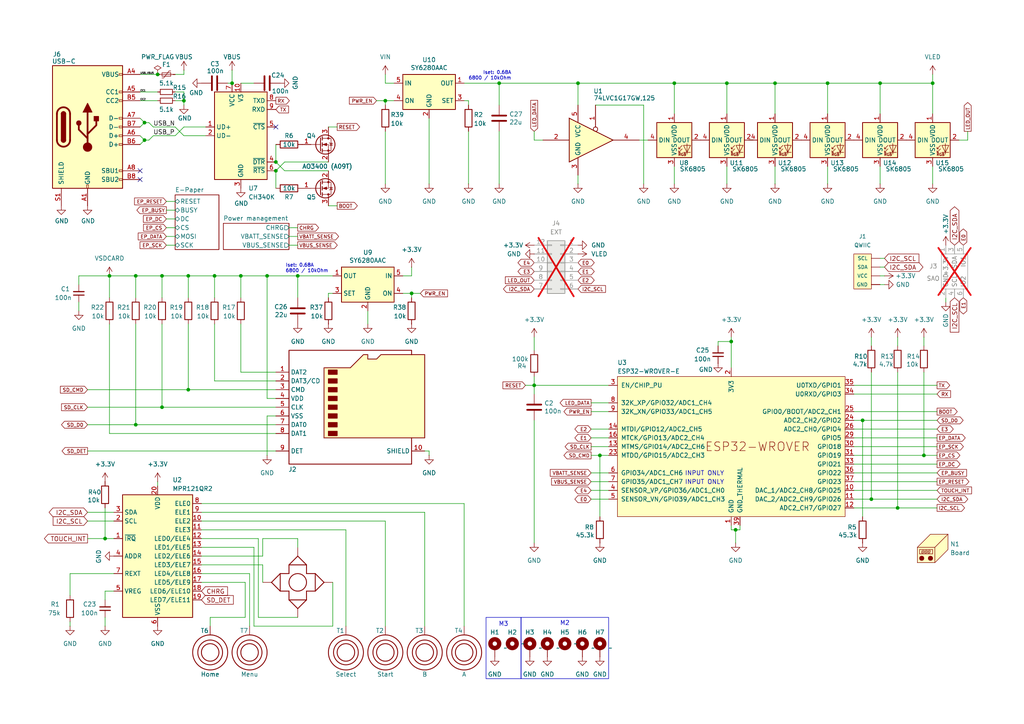
<source format=kicad_sch>
(kicad_sch (version 20231120) (generator "eeschema") (generator_version "8.0")
  (paper "A4")
  (title_block (title "TSJA badge") (date "2024-12-06") (rev "1.0") (company "Nicolai Electronics") (comment 1 "License: CERN Open Hardware Licence Version 2 - Permissive"))
  (junction (at 154.94 111.76))
  (junction (at 53.34 29.21))
  (junction (at 240.03 24.13))
  (junction (at 62.23 80.01))
  (junction (at 41.91 35.56))
  (junction (at 119.38 85.09))
  (junction (at 39.37 123.19))
  (junction (at 213.36 153.67))
  (junction (at 77.47 80.01))
  (junction (at 167.64 24.13))
  (junction (at 31.75 80.01))
  (junction (at 54.61 113.03))
  (junction (at 267.97 132.08))
  (junction (at 30.48 156.21))
  (junction (at 210.82 24.13))
  (junction (at 255.27 24.13))
  (junction (at 54.61 80.01))
  (junction (at 111.76 29.21))
  (junction (at 173.99 132.08))
  (junction (at 45.72 21.59))
  (junction (at 67.31 24.13))
  (junction (at 224.79 24.13))
  (junction (at 250.19 121.92))
  (junction (at 80.01 49.53))
  (junction (at 86.36 80.01))
  (junction (at 46.99 118.11))
  (junction (at 270.51 24.13))
  (junction (at 41.91 40.64))
  (junction (at 252.73 144.78))
  (junction (at 69.85 80.01))
  (junction (at 212.09 99.06))
  (junction (at 144.78 24.13))
  (junction (at 260.35 147.32))
  (junction (at 195.58 24.13))
  (junction (at 39.37 80.01))
  (junction (at 46.99 80.01))
  (junction (at 80.01 46.99))
  (no_connect (at 80.01 36.83))
  (no_connect (at 40.64 52.07))
  (no_connect (at 40.64 49.53))
  (wire (pts (xy 50.8 29.21) (xy 53.34 29.21)))
  (wire (pts (xy 60.96 179.07) (xy 71.12 179.07)))
  (wire (pts (xy 154.94 38.1) (xy 154.94 40.64)))
  (wire (pts (xy 58.42 156.21) (xy 74.93 156.21)))
  (wire (pts (xy 62.23 110.49) (xy 80.01 110.49)))
  (wire (pts (xy 74.93 179.07) (xy 86.36 179.07)))
  (wire (pts (xy 171.45 119.38) (xy 176.53 119.38)))
  (wire (pts (xy 80.01 49.53) (xy 80.01 54.61)))
  (wire (pts (xy 212.09 99.06) (xy 212.09 106.68)))
  (wire (pts (xy 31.75 93.98) (xy 31.75 125.73)))
  (wire (pts (xy 74.93 156.21) (xy 74.93 179.07)))
  (wire (pts (xy 213.36 153.67) (xy 214.63 153.67)))
  (wire (pts (xy 53.34 29.21) (xy 53.34 26.67)))
  (wire (pts (xy 30.48 171.45) (xy 33.02 171.45)))
  (wire (pts (xy 247.65 127) (xy 271.78 127)))
  (wire (pts (xy 54.61 80.01) (xy 54.61 86.36)))
  (wire (pts (xy 260.35 100.33) (xy 260.35 97.79)))
  (wire (pts (xy 83.82 68.58) (xy 86.36 68.58)))
  (wire (pts (xy 260.35 107.95) (xy 260.35 147.32)))
  (wire (pts (xy 48.26 66.04) (xy 50.8 66.04)))
  (wire (pts (xy 208.28 99.06) (xy 208.28 100.33)))
  (wire (pts (xy 82.55 46.99) (xy 95.25 46.99)))
  (wire (pts (xy 214.63 152.4) (xy 214.63 153.67)))
  (wire (pts (xy 171.45 129.54) (xy 176.53 129.54)))
  (wire (pts (xy 44.45 39.37) (xy 43.18 40.64)))
  (wire (pts (xy 46.99 118.11) (xy 80.01 118.11)))
  (wire (pts (xy 106.68 93.98) (xy 106.68 90.17)))
  (wire (pts (xy 247.65 147.32) (xy 260.35 147.32)))
  (wire (pts (xy 59.69 36.83) (xy 53.34 36.83)))
  (wire (pts (xy 25.4 130.81) (xy 80.01 130.81)))
  (wire (pts (xy 154.94 111.76) (xy 176.53 111.76)))
  (wire (pts (xy 172.72 30.48) (xy 186.69 30.48)))
  (wire (pts (xy 171.45 127) (xy 176.53 127)))
  (wire (pts (xy 144.78 30.48) (xy 144.78 24.13)))
  (wire (pts (xy 152.4 111.76) (xy 154.94 111.76)))
  (wire (pts (xy 22.86 80.01) (xy 31.75 80.01)))
  (wire (pts (xy 66.04 24.13) (xy 67.31 24.13)))
  (wire (pts (xy 213.36 157.48) (xy 213.36 153.67)))
  (wire (pts (xy 111.76 24.13) (xy 111.76 21.59)))
  (wire (pts (xy 119.38 80.01) (xy 119.38 77.47)))
  (wire (pts (xy 247.65 144.78) (xy 252.73 144.78)))
  (wire (pts (xy 54.61 93.98) (xy 54.61 113.03)))
  (wire (pts (xy 252.73 100.33) (xy 252.73 97.79)))
  (wire (pts (xy 58.42 166.37) (xy 72.39 166.37)))
  (wire (pts (xy 73.66 158.75) (xy 73.66 181.61)))
  (wire (pts (xy 44.45 36.83) (xy 43.18 35.56)))
  (wire (pts (xy 53.34 21.59) (xy 50.8 21.59)))
  (wire (pts (xy 195.58 24.13) (xy 195.58 33.02)))
  (wire (pts (xy 25.4 123.19) (xy 39.37 123.19)))
  (wire (pts (xy 114.3 29.21) (xy 111.76 29.21)))
  (wire (pts (xy 54.61 80.01) (xy 62.23 80.01)))
  (wire (pts (xy 62.23 93.98) (xy 62.23 110.49)))
  (wire (pts (xy 46.99 80.01) (xy 54.61 80.01)))
  (wire (pts (xy 58.42 161.29) (xy 76.2 161.29)))
  (wire (pts (xy 31.75 80.01) (xy 31.75 86.36)))
  (wire (pts (xy 154.94 40.64) (xy 157.48 40.64)))
  (wire (pts (xy 247.65 137.16) (xy 271.78 137.16)))
  (wire (pts (xy 171.45 132.08) (xy 173.99 132.08)))
  (wire (pts (xy 280.67 38.1) (xy 280.67 40.64)))
  (wire (pts (xy 154.94 111.76) (xy 154.94 114.3)))
  (wire (pts (xy 80.01 46.99) (xy 80.01 41.91)))
  (wire (pts (xy 40.64 29.21) (xy 45.72 29.21)))
  (wire (pts (xy 48.26 71.12) (xy 50.8 71.12)))
  (wire (pts (xy 82.55 49.53) (xy 95.25 49.53)))
  (wire (pts (xy 62.23 80.01) (xy 62.23 86.36)))
  (wire (pts (xy 250.19 121.92) (xy 250.19 149.86)))
  (wire (pts (xy 53.34 29.21) (xy 53.34 30.48)))
  (wire (pts (xy 58.42 158.75) (xy 73.66 158.75)))
  (wire (pts (xy 20.32 166.37) (xy 20.32 172.72)))
  (wire (pts (xy 173.99 132.08) (xy 176.53 132.08)))
  (wire (pts (xy 76.2 163.83) (xy 76.2 168.91)))
  (wire (pts (xy 58.42 146.05) (xy 134.62 146.05)))
  (wire (pts (xy 135.89 38.1) (xy 135.89 53.34)))
  (wire (pts (xy 77.47 80.01) (xy 77.47 115.57)))
  (wire (pts (xy 96.52 85.09) (xy 95.25 85.09)))
  (wire (pts (xy 20.32 180.34) (xy 20.32 181.61)))
  (wire (pts (xy 240.03 24.13) (xy 240.03 33.02)))
  (wire (pts (xy 77.47 80.01) (xy 86.36 80.01)))
  (wire (pts (xy 96.52 168.91) (xy 96.52 181.61)))
  (wire (pts (xy 119.38 85.09) (xy 121.92 85.09)))
  (wire (pts (xy 40.64 21.59) (xy 45.72 21.59)))
  (wire (pts (xy 195.58 24.13) (xy 210.82 24.13)))
  (wire (pts (xy 95.25 85.09) (xy 95.25 86.36)))
  (wire (pts (xy 39.37 123.19) (xy 80.01 123.19)))
  (wire (pts (xy 213.36 153.67) (xy 212.09 153.67)))
  (wire (pts (xy 22.86 90.17) (xy 22.86 87.63)))
  (wire (pts (xy 39.37 80.01) (xy 46.99 80.01)))
  (wire (pts (xy 111.76 29.21) (xy 109.22 29.21)))
  (wire (pts (xy 25.4 113.03) (xy 54.61 113.03)))
  (wire (pts (xy 58.42 168.91) (xy 71.12 168.91)))
  (wire (pts (xy 171.45 142.24) (xy 176.53 142.24)))
  (wire (pts (xy 134.62 146.05) (xy 134.62 181.61)))
  (wire (pts (xy 77.47 115.57) (xy 80.01 115.57)))
  (wire (pts (xy 171.45 139.7) (xy 176.53 139.7)))
  (wire (pts (xy 72.39 166.37) (xy 72.39 181.61)))
  (wire (pts (xy 40.64 26.67) (xy 45.72 26.67)))
  (wire (pts (xy 195.58 53.34) (xy 195.58 48.26)))
  (wire (pts (xy 171.45 144.78) (xy 176.53 144.78)))
  (wire (pts (xy 53.34 36.83) (xy 50.8 39.37)))
  (wire (pts (xy 83.82 66.04) (xy 86.36 66.04)))
  (wire (pts (xy 217.17 40.64) (xy 218.44 40.64)))
  (wire (pts (xy 247.65 142.24) (xy 271.78 142.24)))
  (wire (pts (xy 83.82 71.12) (xy 86.36 71.12)))
  (wire (pts (xy 270.51 24.13) (xy 270.51 33.02)))
  (wire (pts (xy 224.79 24.13) (xy 240.03 24.13)))
  (wire (pts (xy 22.86 80.01) (xy 22.86 82.55)))
  (wire (pts (xy 69.85 80.01) (xy 77.47 80.01)))
  (wire (pts (xy 167.64 24.13) (xy 167.64 30.48)))
  (wire (pts (xy 69.85 24.13) (xy 73.66 24.13)))
  (wire (pts (xy 48.26 60.96) (xy 50.8 60.96)))
  (wire (pts (xy 240.03 24.13) (xy 255.27 24.13)))
  (wire (pts (xy 30.48 156.21) (xy 33.02 156.21)))
  (wire (pts (xy 97.79 36.83) (xy 95.25 36.83)))
  (wire (pts (xy 30.48 171.45) (xy 30.48 173.99)))
  (wire (pts (xy 96.52 80.01) (xy 86.36 80.01)))
  (wire (pts (xy 30.48 179.07) (xy 30.48 181.61)))
  (wire (pts (xy 171.45 137.16) (xy 176.53 137.16)))
  (wire (pts (xy 267.97 132.08) (xy 271.78 132.08)))
  (wire (pts (xy 135.89 29.21) (xy 135.89 30.48)))
  (wire (pts (xy 256.54 82.55) (xy 255.27 82.55)))
  (wire (pts (xy 25.4 148.59) (xy 33.02 148.59)))
  (wire (pts (xy 240.03 53.34) (xy 240.03 48.26)))
  (wire (pts (xy 41.91 40.64) (xy 40.64 39.37)))
  (wire (pts (xy 59.69 39.37) (xy 53.34 39.37)))
  (wire (pts (xy 154.94 121.92) (xy 154.94 157.48)))
  (wire (pts (xy 45.72 139.7) (xy 45.72 140.97)))
  (wire (pts (xy 31.75 125.73) (xy 80.01 125.73)))
  (wire (pts (xy 97.79 59.69) (xy 95.25 59.69)))
  (wire (pts (xy 167.64 24.13) (xy 195.58 24.13)))
  (wire (pts (xy 212.09 97.79) (xy 212.09 99.06)))
  (wire (pts (xy 58.42 148.59) (xy 123.19 148.59)))
  (wire (pts (xy 247.65 134.62) (xy 271.78 134.62)))
  (wire (pts (xy 171.45 124.46) (xy 176.53 124.46)))
  (wire (pts (xy 48.26 68.58) (xy 50.8 68.58)))
  (wire (pts (xy 31.75 80.01) (xy 39.37 80.01)))
  (wire (pts (xy 124.46 34.29) (xy 124.46 53.34)))
  (wire (pts (xy 48.26 63.5) (xy 50.8 63.5)))
  (wire (pts (xy 252.73 107.95) (xy 252.73 144.78)))
  (wire (pts (xy 210.82 53.34) (xy 210.82 48.26)))
  (wire (pts (xy 77.47 120.65) (xy 77.47 132.08)))
  (wire (pts (xy 267.97 97.79) (xy 267.97 100.33)))
  (wire (pts (xy 247.65 121.92) (xy 250.19 121.92)))
  (wire (pts (xy 62.23 80.01) (xy 69.85 80.01)))
  (wire (pts (xy 255.27 74.93) (xy 256.54 74.93)))
  (wire (pts (xy 210.82 24.13) (xy 224.79 24.13)))
  (wire (pts (xy 208.28 99.06) (xy 212.09 99.06)))
  (wire (pts (xy 255.27 53.34) (xy 255.27 48.26)))
  (wire (pts (xy 111.76 151.13) (xy 111.76 181.61)))
  (wire (pts (xy 271.78 124.46) (xy 247.65 124.46)))
  (wire (pts (xy 41.91 35.56) (xy 40.64 34.29)))
  (wire (pts (xy 171.45 116.84) (xy 176.53 116.84)))
  (wire (pts (xy 124.46 130.81) (xy 124.46 132.08)))
  (wire (pts (xy 116.84 80.01) (xy 119.38 80.01)))
  (wire (pts (xy 86.36 156.21) (xy 86.36 158.75)))
  (wire (pts (xy 100.33 153.67) (xy 100.33 181.61)))
  (wire (pts (xy 41.91 40.64) (xy 43.18 40.64)))
  (wire (pts (xy 224.79 53.34) (xy 224.79 48.26)))
  (wire (pts (xy 123.19 148.59) (xy 123.19 181.61)))
  (wire (pts (xy 25.4 156.21) (xy 30.48 156.21)))
  (wire (pts (xy 43.18 35.56) (xy 41.91 35.56)))
  (wire (pts (xy 69.85 93.98) (xy 69.85 107.95)))
  (wire (pts (xy 73.66 181.61) (xy 96.52 181.61)))
  (wire (pts (xy 252.73 144.78) (xy 271.78 144.78)))
  (wire (pts (xy 58.42 163.83) (xy 76.2 163.83)))
  (wire (pts (xy 271.78 111.76) (xy 247.65 111.76)))
  (wire (pts (xy 224.79 24.13) (xy 224.79 33.02)))
  (wire (pts (xy 69.85 80.01) (xy 69.85 86.36)))
  (wire (pts (xy 186.69 30.48) (xy 186.69 53.34)))
  (wire (pts (xy 80.01 46.99) (xy 82.55 49.53)))
  (wire (pts (xy 144.78 24.13) (xy 167.64 24.13)))
  (wire (pts (xy 247.65 129.54) (xy 271.78 129.54)))
  (wire (pts (xy 53.34 26.67) (xy 50.8 26.67)))
  (wire (pts (xy 154.94 97.79) (xy 154.94 101.6)))
  (wire (pts (xy 69.85 107.95) (xy 80.01 107.95)))
  (wire (pts (xy 53.34 20.32) (xy 53.34 21.59)))
  (wire (pts (xy 20.32 166.37) (xy 33.02 166.37)))
  (wire (pts (xy 144.78 38.1) (xy 144.78 53.34)))
  (wire (pts (xy 50.8 39.37) (xy 44.45 39.37)))
  (wire (pts (xy 41.91 40.64) (xy 40.64 41.91)))
  (wire (pts (xy 274.32 86.36) (xy 274.32 87.63)))
  (wire (pts (xy 77.47 120.65) (xy 80.01 120.65)))
  (wire (pts (xy 111.76 38.1) (xy 111.76 53.34)))
  (wire (pts (xy 71.12 168.91) (xy 71.12 179.07)))
  (wire (pts (xy 114.3 24.13) (xy 111.76 24.13)))
  (wire (pts (xy 247.65 139.7) (xy 271.78 139.7)))
  (wire (pts (xy 123.19 130.81) (xy 124.46 130.81)))
  (wire (pts (xy 44.45 36.83) (xy 50.8 36.83)))
  (wire (pts (xy 270.51 21.59) (xy 270.51 24.13)))
  (wire (pts (xy 247.65 119.38) (xy 271.78 119.38)))
  (wire (pts (xy 25.4 151.13) (xy 33.02 151.13)))
  (wire (pts (xy 76.2 156.21) (xy 76.2 161.29)))
  (wire (pts (xy 134.62 24.13) (xy 144.78 24.13)))
  (wire (pts (xy 250.19 121.92) (xy 271.78 121.92)))
  (wire (pts (xy 39.37 93.98) (xy 39.37 123.19)))
  (wire (pts (xy 25.4 118.11) (xy 46.99 118.11)))
  (wire (pts (xy 271.78 114.3) (xy 247.65 114.3)))
  (wire (pts (xy 267.97 107.95) (xy 267.97 132.08)))
  (wire (pts (xy 185.42 40.64) (xy 187.96 40.64)))
  (wire (pts (xy 76.2 156.21) (xy 86.36 156.21)))
  (wire (pts (xy 58.42 153.67) (xy 100.33 153.67)))
  (wire (pts (xy 46.99 80.01) (xy 46.99 86.36)))
  (wire (pts (xy 67.31 20.32) (xy 67.31 24.13)))
  (wire (pts (xy 247.65 132.08) (xy 267.97 132.08)))
  (wire (pts (xy 50.8 36.83) (xy 53.34 39.37)))
  (wire (pts (xy 154.94 109.22) (xy 154.94 111.76)))
  (wire (pts (xy 111.76 30.48) (xy 111.76 29.21)))
  (wire (pts (xy 255.27 80.01) (xy 256.54 80.01)))
  (wire (pts (xy 60.96 179.07) (xy 60.96 181.61)))
  (wire (pts (xy 256.54 77.47) (xy 255.27 77.47)))
  (wire (pts (xy 39.37 80.01) (xy 39.37 86.36)))
  (wire (pts (xy 278.13 40.64) (xy 280.67 40.64)))
  (wire (pts (xy 41.91 35.56) (xy 40.64 36.83)))
  (wire (pts (xy 210.82 24.13) (xy 210.82 33.02)))
  (wire (pts (xy 255.27 24.13) (xy 255.27 33.02)))
  (wire (pts (xy 173.99 132.08) (xy 173.99 149.86)))
  (wire (pts (xy 58.42 151.13) (xy 111.76 151.13)))
  (wire (pts (xy 80.01 49.53) (xy 82.55 46.99)))
  (wire (pts (xy 260.35 147.32) (xy 271.78 147.32)))
  (wire (pts (xy 167.64 53.34) (xy 167.64 50.8)))
  (wire (pts (xy 48.26 58.42) (xy 50.8 58.42)))
  (wire (pts (xy 255.27 24.13) (xy 270.51 24.13)))
  (wire (pts (xy 212.09 153.67) (xy 212.09 152.4)))
  (wire (pts (xy 134.62 29.21) (xy 135.89 29.21)))
  (wire (pts (xy 54.61 113.03) (xy 80.01 113.03)))
  (wire (pts (xy 86.36 86.36) (xy 86.36 80.01)))
  (wire (pts (xy 119.38 86.36) (xy 119.38 85.09)))
  (wire (pts (xy 46.99 93.98) (xy 46.99 118.11)))
  (wire (pts (xy 30.48 147.32) (xy 30.48 156.21)))
  (wire (pts (xy 116.84 85.09) (xy 119.38 85.09)))
  (wire (pts (xy 270.51 53.34) (xy 270.51 48.26)))
  (rectangle (start 151.13 179.07) (end 176.53 196.85))
  (rectangle (start 140.97 179.07) (end 151.13 196.85))
  (text "Iset: 0.68A\n6800 / 10kOhm" (at 82.804 79.248 0) (effects (font (size 0.9906 0.9906)) (justify left bottom)))
  (text "M3" (at 146.05 181.102 0) (effects (font (size 1.27 1.27))))
  (text "M2" (at 163.83 180.848 0) (effects (font (size 1.27 1.27))))
  (text "Iset: 0.68A\n6800 / 10kOhm" (at 148.336 23.368 0) (effects (font (size 0.9906 0.9906)) (justify right bottom)))
  (text "INPUT ONLY" (at 198.628 137.414 0) (effects (font (size 1.27 1.27)) (justify left)))
  (text "INPUT ONLY" (at 198.628 139.954 0) (effects (font (size 1.27 1.27)) (justify left)))
  (label "CC1" (at 40.64 26.67 0) (effects (font (size 0.508 0.508))))
  (label "USB_P" (at 44.45 39.37 0))
  (label "USB_N" (at 44.45 36.83 0))
  (label "CC2" (at 40.64 29.21 0) (effects (font (size 0.508 0.508))))
  (label "USB_VBUS" (at 40.64 21.59 0) (effects (font (size 0.508 0.508))))
  (global_label "E4" (shape bidirectional) (at 171.45 142.24 180) (effects (font (size 1.016 1.016))) (property "Intersheetrefs" "${INTERSHEET_REFS}" (effects (hide yes))))
  (global_label "RESET" (shape input) (at 152.4 111.76 180) (effects (font (size 1.016 1.016))) (property "Intersheetrefs" "${INTERSHEET_REFS}" (effects (hide yes))))
  (global_label "E2" (shape bidirectional) (at 167.64 81.28 0) (effects (font (size 1.016 1.016))) (property "Intersheetrefs" "${INTERSHEET_REFS}" (effects (hide yes))))
  (global_label "EP_DC" (shape output) (at 271.78 134.62 0) (effects (font (size 1.016 1.016))) (property "Intersheetrefs" "${INTERSHEET_REFS}" (effects (hide yes))))
  (global_label "I2C_SDA" (shape bidirectional) (at 154.94 83.82 180) (effects (font (size 1.016 1.016))) (property "Intersheetrefs" "${INTERSHEET_REFS}" (effects (hide yes))))
  (global_label "BOOT" (shape output) (at 97.79 59.69 0) (effects (font (size 1.016 1.016))) (property "Intersheetrefs" "${INTERSHEET_REFS}" (effects (hide yes))))
  (global_label "EP_BUSY" (shape input) (at 271.78 137.16 0) (effects (font (size 1.016 1.016))) (property "Intersheetrefs" "${INTERSHEET_REFS}" (effects (hide yes))))
  (global_label "SD_CLK" (shape output) (at 171.45 129.54 180) (effects (font (size 1.016 1.016))) (property "Intersheetrefs" "${INTERSHEET_REFS}" (effects (hide yes))))
  (global_label "SD_DET" (shape output) (at 25.4 130.81 180) (effects (font (size 1.016 1.016))) (property "Intersheetrefs" "${INTERSHEET_REFS}" (effects (hide yes))))
  (global_label "SD_DET" (shape input) (at 58.42 173.99 0) (property "Intersheetrefs" "${INTERSHEET_REFS}" (effects (hide yes))))
  (global_label "PWR_EN" (shape input) (at 121.92 85.09 0) (effects (font (size 1.016 1.016))) (property "Intersheetrefs" "${INTERSHEET_REFS}" (effects (hide yes))))
  (global_label "E0" (shape bidirectional) (at 167.64 76.2 0) (effects (font (size 1.016 1.016))) (property "Intersheetrefs" "${INTERSHEET_REFS}" (effects (hide yes))))
  (global_label "EP_RESET" (shape input) (at 48.26 58.42 180) (effects (font (size 1.016 1.016))) (property "Intersheetrefs" "${INTERSHEET_REFS}" (effects (hide yes))))
  (global_label "EP_SCK" (shape input) (at 48.26 71.12 180) (effects (font (size 1.016 1.016))) (property "Intersheetrefs" "${INTERSHEET_REFS}" (effects (hide yes))))
  (global_label "I2C_SCL" (shape input) (at 25.4 151.13 180) (property "Intersheetrefs" "${INTERSHEET_REFS}" (effects (hide yes))))
  (global_label "PWR_EN" (shape input) (at 109.22 29.21 180) (effects (font (size 1.016 1.016))) (property "Intersheetrefs" "${INTERSHEET_REFS}" (effects (hide yes))))
  (global_label "VBATT_SENSE" (shape output) (at 86.36 68.58 0) (effects (font (size 1.016 1.016))) (property "Intersheetrefs" "${INTERSHEET_REFS}" (effects (hide yes))))
  (global_label "TOUCH_INT" (shape input) (at 271.78 142.24 0) (effects (font (size 1.016 1.016))) (property "Intersheetrefs" "${INTERSHEET_REFS}" (effects (hide yes))))
  (global_label "E1" (shape bidirectional) (at 279.4 86.36 270) (effects (font (size 1.016 1.016))) (property "Intersheetrefs" "${INTERSHEET_REFS}" (effects (hide yes))))
  (global_label "RX" (shape output) (at 80.01 29.21 0) (effects (font (size 1.016 1.016))) (property "Intersheetrefs" "${INTERSHEET_REFS}" (effects (hide yes))))
  (global_label "VBATT_SENSE" (shape input) (at 171.45 137.16 180) (effects (font (size 1.016 1.016))) (property "Intersheetrefs" "${INTERSHEET_REFS}" (effects (hide yes))))
  (global_label "SD_D0" (shape bidirectional) (at 271.78 121.92 0) (effects (font (size 1.016 1.016))) (property "Intersheetrefs" "${INTERSHEET_REFS}" (effects (hide yes))))
  (global_label "E3" (shape bidirectional) (at 154.94 78.74 180) (effects (font (size 1.016 1.016))) (property "Intersheetrefs" "${INTERSHEET_REFS}" (effects (hide yes))))
  (global_label "I2C_SCL" (shape input) (at 276.86 86.36 270) (property "Intersheetrefs" "${INTERSHEET_REFS}" (effects (hide yes))))
  (global_label "EP_SCK" (shape output) (at 271.78 129.54 0) (effects (font (size 1.016 1.016))) (property "Intersheetrefs" "${INTERSHEET_REFS}" (effects (hide yes))))
  (global_label "I2C_SDA" (shape bidirectional) (at 256.54 77.47 0) (property "Intersheetrefs" "${INTERSHEET_REFS}" (effects (hide yes))))
  (global_label "LED_OUT" (shape output) (at 280.67 38.1 90) (effects (font (size 1.016 1.016))) (property "Intersheetrefs" "${INTERSHEET_REFS}" (effects (hide yes))))
  (global_label "SD_CLK" (shape input) (at 25.4 118.11 180) (effects (font (size 1.016 1.016))) (property "Intersheetrefs" "${INTERSHEET_REFS}" (effects (hide yes))))
  (global_label "BOOT" (shape output) (at 271.78 119.38 0) (effects (font (size 1.016 1.016))) (property "Intersheetrefs" "${INTERSHEET_REFS}" (effects (hide yes))))
  (global_label "I2C_SCL" (shape input) (at 167.64 83.82 0) (effects (font (size 1.016 1.016))) (property "Intersheetrefs" "${INTERSHEET_REFS}" (effects (hide yes))))
  (global_label "CHRG" (shape output) (at 86.36 66.04 0) (effects (font (size 1.016 1.016))) (property "Intersheetrefs" "${INTERSHEET_REFS}" (effects (hide yes))))
  (global_label "EP_CS" (shape output) (at 271.78 132.08 0) (effects (font (size 1.016 1.016))) (property "Intersheetrefs" "${INTERSHEET_REFS}" (effects (hide yes))))
  (global_label "TX" (shape input) (at 80.01 31.75 0) (effects (font (size 1.016 1.016))) (property "Intersheetrefs" "${INTERSHEET_REFS}" (effects (hide yes))))
  (global_label "EP_DATA" (shape output) (at 271.78 127 0) (effects (font (size 1.016 1.016))) (property "Intersheetrefs" "${INTERSHEET_REFS}" (effects (hide yes))))
  (global_label "I2C_SDA" (shape bidirectional) (at 25.4 148.59 180) (property "Intersheetrefs" "${INTERSHEET_REFS}" (effects (hide yes))))
  (global_label "VBUS_SENSE" (shape output) (at 86.36 71.12 0) (effects (font (size 1.016 1.016))) (property "Intersheetrefs" "${INTERSHEET_REFS}" (effects (hide yes))))
  (global_label "I2C_SCL" (shape input) (at 256.54 74.93 0) (property "Intersheetrefs" "${INTERSHEET_REFS}" (effects (hide yes))))
  (global_label "EP_DC" (shape input) (at 48.26 63.5 180) (effects (font (size 1.016 1.016))) (property "Intersheetrefs" "${INTERSHEET_REFS}" (effects (hide yes))))
  (global_label "I2C_SDA" (shape bidirectional) (at 271.78 144.78 0) (effects (font (size 1.016 1.016))) (property "Intersheetrefs" "${INTERSHEET_REFS}" (effects (hide yes))))
  (global_label "LED_DATA" (shape input) (at 154.94 38.1 90) (effects (font (size 1.016 1.016))) (property "Intersheetrefs" "${INTERSHEET_REFS}" (effects (hide yes))))
  (global_label "SD_CMD" (shape input) (at 25.4 113.03 180) (effects (font (size 1.016 1.016))) (property "Intersheetrefs" "${INTERSHEET_REFS}" (effects (hide yes))))
  (global_label "E3" (shape bidirectional) (at 271.78 124.46 0) (effects (font (size 1.016 1.016))) (property "Intersheetrefs" "${INTERSHEET_REFS}" (effects (hide yes))))
  (global_label "TX" (shape output) (at 271.78 111.76 0) (effects (font (size 1.016 1.016))) (property "Intersheetrefs" "${INTERSHEET_REFS}" (effects (hide yes))))
  (global_label "RX" (shape input) (at 271.78 114.3 0) (effects (font (size 1.016 1.016))) (property "Intersheetrefs" "${INTERSHEET_REFS}" (effects (hide yes))))
  (global_label "E4" (shape bidirectional) (at 154.94 76.2 180) (effects (font (size 1.016 1.016))) (property "Intersheetrefs" "${INTERSHEET_REFS}" (effects (hide yes))))
  (global_label "SD_CMD" (shape output) (at 171.45 132.08 180) (effects (font (size 1.016 1.016))) (property "Intersheetrefs" "${INTERSHEET_REFS}" (effects (hide yes))))
  (global_label "E0" (shape bidirectional) (at 279.4 71.12 90) (effects (font (size 1.016 1.016))) (property "Intersheetrefs" "${INTERSHEET_REFS}" (effects (hide yes))))
  (global_label "EP_CS" (shape input) (at 48.26 66.04 180) (effects (font (size 1.016 1.016))) (property "Intersheetrefs" "${INTERSHEET_REFS}" (effects (hide yes))))
  (global_label "I2C_SDA" (shape bidirectional) (at 276.86 71.12 90) (property "Intersheetrefs" "${INTERSHEET_REFS}" (effects (hide yes))))
  (global_label "TOUCH_INT" (shape output) (at 25.4 156.21 180) (property "Intersheetrefs" "${INTERSHEET_REFS}" (effects (hide yes))))
  (global_label "SD_D0" (shape bidirectional) (at 25.4 123.19 180) (effects (font (size 1.016 1.016))) (property "Intersheetrefs" "${INTERSHEET_REFS}" (effects (hide yes))))
  (global_label "CHRG" (shape input) (at 58.42 171.45 0) (property "Intersheetrefs" "${INTERSHEET_REFS}" (effects (hide yes))))
  (global_label "LED_OUT" (shape input) (at 154.94 81.28 180) (effects (font (size 1.016 1.016))) (property "Intersheetrefs" "${INTERSHEET_REFS}" (effects (hide yes))))
  (global_label "EP_DATA" (shape input) (at 48.26 68.58 180) (effects (font (size 1.016 1.016))) (property "Intersheetrefs" "${INTERSHEET_REFS}" (effects (hide yes))))
  (global_label "EP_RESET" (shape output) (at 271.78 139.7 0) (effects (font (size 1.016 1.016))) (property "Intersheetrefs" "${INTERSHEET_REFS}" (effects (hide yes))))
  (global_label "RESET" (shape output) (at 97.79 36.83 0) (effects (font (size 1.016 1.016))) (property "Intersheetrefs" "${INTERSHEET_REFS}" (effects (hide yes))))
  (global_label "VBUS_SENSE" (shape input) (at 171.45 139.7 180) (effects (font (size 1.016 1.016))) (property "Intersheetrefs" "${INTERSHEET_REFS}" (effects (hide yes))))
  (global_label "LED_DATA" (shape output) (at 171.45 116.84 180) (effects (font (size 1.016 1.016))) (property "Intersheetrefs" "${INTERSHEET_REFS}" (effects (hide yes))))
  (global_label "E1" (shape bidirectional) (at 167.64 78.74 0) (effects (font (size 1.016 1.016))) (property "Intersheetrefs" "${INTERSHEET_REFS}" (effects (hide yes))))
  (global_label "I2C_SCL" (shape output) (at 271.78 147.32 0) (effects (font (size 1.016 1.016))) (property "Intersheetrefs" "${INTERSHEET_REFS}" (effects (hide yes))))
  (global_label "E2" (shape bidirectional) (at 171.45 124.46 180) (effects (font (size 1.016 1.016))) (property "Intersheetrefs" "${INTERSHEET_REFS}" (effects (hide yes))))
  (global_label "E0" (shape bidirectional) (at 171.45 144.78 180) (effects (font (size 1.016 1.016))) (property "Intersheetrefs" "${INTERSHEET_REFS}" (effects (hide yes))))
  (global_label "PWR_EN" (shape output) (at 171.45 119.38 180) (effects (font (size 1.016 1.016))) (property "Intersheetrefs" "${INTERSHEET_REFS}" (effects (hide yes))))
  (global_label "EP_BUSY" (shape output) (at 48.26 60.96 180) (effects (font (size 1.016 1.016))) (property "Intersheetrefs" "${INTERSHEET_REFS}" (effects (hide yes))))
  (global_label "E1" (shape bidirectional) (at 171.45 127 180) (effects (font (size 1.016 1.016))) (property "Intersheetrefs" "${INTERSHEET_REFS}" (effects (hide yes))))
  (symbol (lib_id "symbols:USB_C_Receptacle_USB2.0-Connector") (at 25.4 36.83 0) (unit 1)
    (property "Reference" "J6" (at 16.51 15.748 0))
    (property "Value" "USB-C" (at 18.542 17.78 0))
    (property "Footprint" "library:USB_C_Receptacle_HRO_TYPE-C-31-M-12" (effects (hide yes)))
    (property "Datasheet" "https://datasheet.lcsc.com/lcsc/2108131730_Korean-Hroparts-Elec-TYPE-C-31-M-12_C165948.pdf" (effects (hide yes)))
    (property "LCSC" "C165948" (effects (hide yes)))
  )
  (symbol (lib_id "symbols2:GND") (at 25.4 59.69 0) (unit 1)
    (property "Reference" "#PWR032" (effects (hide yes)))
    (property "Value" "GND" (at 25.527 64.0842 0))
    (property "Description" "Power symbol creates a global label with name \"GND\" , ground" (effects (hide yes)))
  )
  (symbol (lib_id "symbols:R_Small-Device") (at 48.26 29.21 270) (unit 1)
    (property "Reference" "R16" (at 52.07 27.94 90))
    (property "Value" "5.1k" (at 48.26 31.75 90))
    (property "Footprint" "Resistor_SMD:R_0402_1005Metric" (effects (hide yes)))
    (property "Datasheet" "https://www.lcsc.com/product-detail/Chip-Resistor-Surface-Mount_UNI-ROYAL-Uniroyal-Elec-0402WGF5101TCE_C25905.html" (effects (hide yes)))
    (property "LCSC" "C25905" (effects (hide yes)))
  )
  (symbol (lib_id "symbols:R_Small-Device") (at 48.26 26.67 270) (unit 1)
    (property "Reference" "R15" (at 52.07 25.4 90))
    (property "Value" "5.1k" (at 48.26 24.13 90))
    (property "Footprint" "Resistor_SMD:R_0402_1005Metric" (effects (hide yes)))
    (property "Datasheet" "https://www.lcsc.com/product-detail/Chip-Resistor-Surface-Mount_UNI-ROYAL-Uniroyal-Elec-0402WGF5101TCE_C25905.html" (effects (hide yes)))
    (property "LCSC" "C25905" (effects (hide yes)))
  )
  (symbol (lib_id "symbols2:GND") (at 53.34 30.48 0) (unit 1)
    (property "Reference" "#PWR022" (effects (hide yes)))
    (property "Value" "GND" (at 53.594 34.29 0))
    (property "Description" "Power symbol creates a global label with name \"GND\" , ground" (effects (hide yes)))
  )
  (symbol (lib_id "symbols2:GND") (at 17.78 59.69 0) (unit 1)
    (property "Reference" "#PWR033" (effects (hide yes)))
    (property "Value" "GND" (at 17.907 64.0842 0))
    (property "Description" "Power symbol creates a global label with name \"GND\" , ground" (effects (hide yes)))
  )
  (symbol (lib_id "symbols:Polyfuse_Small-Device") (at 48.26 21.59 270) (unit 1)
    (property "Reference" "F1" (at 48.26 18.7198 90))
    (property "Value" "1A" (effects (hide yes)))
    (property "Footprint" "library:Fuse_0805_2012Metric" (effects (hide yes)))
    (property "Datasheet" "https://datasheet.lcsc.com/lcsc/1810161745_Brightking-Elec--TAIWAN-SMD0805B110TF_C269107.pdf" (effects (hide yes)))
    (property "LCSC" "C269107" (effects (hide yes)))
  )
  (symbol (lib_id "power:+3.3V") (at 45.72 139.7 0) (unit 1)
    (property "Reference" "#PWR037" (effects (hide yes)))
    (property "Value" "+3.3V" (at 45.72 134.62 0))
    (property "Description" "Power symbol creates a global label with name \"+3.3V\"" (effects (hide yes)))
  )
  (symbol (lib_id "power:GND") (at 224.79 53.34 0) (unit 1)
    (property "Reference" "#PWR017" (effects (hide yes)))
    (property "Value" "GND" (at 224.79 58.42 0))
    (property "Description" "Power symbol creates a global label with name \"GND\" , ground" (effects (hide yes)))
  )
  (symbol (lib_id "power:GND") (at 143.51 190.5 0) (unit 1)
    (property "Reference" "#PWR01" (effects (hide yes)))
    (property "Value" "GND" (at 143.51 195.58 0))
    (property "Description" "Power symbol creates a global label with name \"GND\" , ground" (effects (hide yes)))
  )
  (symbol (lib_id "power:+3.3V") (at 167.64 73.66 270) (unit 1)
    (property "Reference" "#PWR0108" (effects (hide yes)))
    (property "Value" "VLED" (at 171.45 73.6599 90) (effects (justify left)))
  )
  (symbol (lib_id "mch2021-rescue:R-Device") (at 250.19 153.67 0) (unit 1)
    (property "Reference" "R5" (at 247.142 152.908 0))
    (property "Value" "45.3k" (at 245.872 155.194 0))
    (property "Footprint" "Resistor_SMD:R_0402_1005Metric" (effects (hide yes)))
    (property "Datasheet" "https://www.lcsc.com/product-detail/Chip-Resistor-Surface-Mount_UNI-ROYAL-Uniroyal-Elec-0402WGF4532TCE_C26980.html" (effects (hide yes)))
    (property "LCSC" "C26980" (effects (hide yes)))
  )
  (symbol (lib_id "power:+3.3V") (at 119.38 77.47 0) (unit 1)
    (property "Reference" "#PWR010" (effects (hide yes)))
    (property "Value" "+3.3V" (at 119.38 72.39 0))
    (property "Description" "Power symbol creates a global label with name \"+3.3V\"" (effects (hide yes)))
  )
  (symbol (lib_id "library:TOUCHSELECT") (at 60.96 189.23 270) (unit 1) (in_bom no)
    (property "Reference" "T6" (at 58.166 183.642 90) (effects (justify left bottom)))
    (property "Value" "Home" (at 60.96 195.58 90))
    (property "Footprint" "design:home" (effects (hide yes)))
    (property "LCSC" "-" (effects (hide yes)))
  )
  (symbol (lib_id "library:TOUCHSELECT") (at 134.62 189.23 270) (unit 1) (in_bom no)
    (property "Reference" "T4" (at 131.826 183.642 90) (effects (justify left bottom)))
    (property "Value" "A" (at 134.62 195.58 90))
    (property "Footprint" "library:TOUCH_BUTTON" (effects (hide yes)))
    (property "LCSC" "-" (effects (hide yes)))
  )
  (symbol (lib_id "Transistor_FET:DMN2050L") (at 92.71 41.91 0) (unit 1)
    (property "Reference" "Q4" (at 88.9 39.37 0) (effects (justify left)))
    (property "Value" "AO3400 (A09T)" (at 87.63 48.26 0) (effects (justify left)))
    (property "Footprint" "Package_TO_SOT_SMD:SOT-23" (effects (hide yes)))
    (property "Datasheet" "http://www.aosmd.com/pdfs/datasheet/ao3400.pdf" (effects (hide yes)))
    (property "LCSC" "C2938367" (effects (hide yes)))
  )
  (symbol (lib_id "symbols2:GND") (at 274.32 87.63 0) (unit 1)
    (property "Reference" "#PWR09" (effects (hide yes)))
    (property "Value" "GND" (at 274.32 92.964 90))
    (property "Description" "Power symbol creates a global label with name \"GND\" , ground" (effects (hide yes)))
  )
  (symbol (lib_id "mch2021-rescue:R-Device") (at 31.75 90.17 0) (unit 1)
    (property "Reference" "R22" (at 30.226 89.154 0) (effects (justify right)))
    (property "Value" "10k" (at 30.226 91.694 0) (effects (justify right)))
    (property "Footprint" "Resistor_SMD:R_0402_1005Metric" (effects (hide yes)))
    (property "Datasheet" "https://www.lcsc.com/product-detail/Chip-Resistor-Surface-Mount_UNI-ROYAL-Uniroyal-Elec-0402WGF1002TCE_C25744.html" (effects (hide yes)))
    (property "LCSC" "C25744" (effects (hide yes)))
  )
  (symbol (lib_id "power:+3.3V") (at 212.09 97.79 0) (unit 1)
    (property "Reference" "#PWR014" (effects (hide yes)))
    (property "Value" "+3.3V" (at 212.09 92.71 0))
    (property "Description" "Power symbol creates a global label with name \"+3.3V\"" (effects (hide yes)))
  )
  (symbol (lib_id "power:+3.3V") (at 267.97 97.79 0) (unit 1)
    (property "Reference" "#PWR034" (effects (hide yes)))
    (property "Value" "+3.3V" (at 267.97 92.71 0))
    (property "Description" "Power symbol creates a global label with name \"+3.3V\"" (effects (hide yes)))
  )
  (symbol (lib_id "power:GND") (at 208.28 105.41 0) (unit 1)
    (property "Reference" "#PWR039" (effects (hide yes)))
    (property "Value" "GND" (at 204.724 107.188 0))
    (property "Description" "Power symbol creates a global label with name \"GND\" , ground" (effects (hide yes)))
  )
  (symbol (lib_id "power:+3.3V") (at 154.94 97.79 0) (unit 1)
    (property "Reference" "#PWR036" (effects (hide yes)))
    (property "Value" "+3.3V" (at 154.94 92.71 0))
    (property "Description" "Power symbol creates a global label with name \"+3.3V\"" (effects (hide yes)))
  )
  (symbol (lib_id "power:GND") (at 168.91 190.5 0) (unit 1)
    (property "Reference" "#PWR023" (effects (hide yes)))
    (property "Value" "GND" (at 168.91 195.58 0))
    (property "Description" "Power symbol creates a global label with name \"GND\" , ground" (effects (hide yes)))
  )
  (symbol (lib_id "power:+3.3V") (at 270.51 21.59 0) (unit 1)
    (property "Reference" "#PWR0107" (effects (hide yes)))
    (property "Value" "VLED" (at 270.51 16.51 0))
  )
  (symbol (lib_id "symbols2:PWR_FLAG") (at 45.72 21.59 0) (mirror y) (unit 1)
    (property "Reference" "#FLG01" (effects (hide yes)))
    (property "Value" "PWR_FLAG" (at 45.72 16.51 0))
  )
  (symbol (lib_id "button_matrix:SK6805-EC20") (at 210.82 40.64 0) (unit 1)
    (property "Reference" "U11" (at 213.614 47.244 0))
    (property "Value" "SK6805" (at 216.154 49.022 0))
    (property "Footprint" "library:SK6805-EC20" (effects (hide yes)))
    (property "Datasheet" "https://datasheet.lcsc.com/lcsc/2108251530_OPSCO-Optoelectronics-SK6805-EC20_C2890036.pdf" (effects (hide yes)))
    (property "Description" "SK6805-EC2020" (effects (hide yes)))
    (property "LCSC" "C2890036" (effects (hide yes)))
  )
  (symbol (lib_id "power:GND") (at 186.69 53.34 0) (unit 1)
    (property "Reference" "#PWR024" (effects (hide yes)))
    (property "Value" "GND" (at 186.69 58.42 0))
    (property "Description" "Power symbol creates a global label with name \"GND\" , ground" (effects (hide yes)))
  )
  (symbol (lib_id "mch2021-rescue:GND-power") (at 69.85 54.61 0) (unit 1)
    (property "Reference" "#PWR043" (effects (hide yes)))
    (property "Value" "GND" (at 69.977 59.0042 0))
  )
  (symbol (lib_id "Mechanical:MountingHole_Pad") (at 168.91 187.96 0) (unit 1) (exclude_from_sim yes) (in_bom no)
    (property "Reference" "H6" (at 168.91 183.388 0))
    (property "Value" "~" (at 171.45 187.9599 0) (effects (justify left)))
    (property "Footprint" "MountingHole:MountingHole_2.7mm_M2.5_Pad_TopOnly" (effects (hide yes)))
    (property "LCSC" "-" (effects (hide yes)))
  )
  (symbol (lib_id "library:TOUCHSELECT") (at 72.39 189.23 270) (unit 1) (in_bom no)
    (property "Reference" "T7" (at 69.596 183.642 90) (effects (justify left bottom)))
    (property "Value" "Menu" (at 72.39 195.58 90))
    (property "Footprint" "design:menu" (effects (hide yes)))
    (property "LCSC" "-" (effects (hide yes)))
  )
  (symbol (lib_id "power:GND") (at 167.64 71.12 90) (unit 1)
    (property "Reference" "#PWR086" (effects (hide yes)))
    (property "Value" "GND" (at 171.45 71.1199 90) (effects (justify right)))
    (property "Description" "Power symbol creates a global label with name \"GND\" , ground" (effects (hide yes)))
  )
  (symbol (lib_id "mch2021-rescue:R-Device") (at 173.99 153.67 0) (unit 1)
    (property "Reference" "R8" (at 170.942 152.908 0))
    (property "Value" "45.3k" (at 169.672 155.194 0))
    (property "Footprint" "Resistor_SMD:R_0402_1005Metric" (effects (hide yes)))
    (property "Datasheet" "https://www.lcsc.com/product-detail/Chip-Resistor-Surface-Mount_UNI-ROYAL-Uniroyal-Elec-0402WGF4532TCE_C26980.html" (effects (hide yes)))
    (property "LCSC" "C26980" (effects (hide yes)))
  )
  (symbol (lib_id "mch2021-rescue:AAT4610BIGV-1-T1-Power_Management") (at 124.46 26.67 0) (unit 1)
    (property "Reference" "U10" (at 124.46 17.3482 0))
    (property "Value" "SY6280AAC" (at 124.46 19.6596 0))
    (property "Footprint" "Package_TO_SOT_SMD:SOT-23-5" (effects (hide yes)))
    (property "Datasheet" "https://datasheet.lcsc.com/lcsc/1810121532_Silergy-Corp-SY6280AAC_C55136.pdf" (effects (hide yes)))
    (property "LCSC" "C55136" (effects (hide yes)))
  )
  (symbol (lib_id "power:GND") (at 45.72 181.61 0) (unit 1)
    (property "Reference" "#PWR029" (effects (hide yes)))
    (property "Value" "GND" (at 45.72 186.69 0))
    (property "Description" "Power symbol creates a global label with name \"GND\" , ground" (effects (hide yes)))
  )
  (symbol (lib_id "power:GND") (at 20.32 181.61 0) (unit 1)
    (property "Reference" "#PWR027" (effects (hide yes)))
    (property "Value" "GND" (at 20.32 186.69 0))
    (property "Description" "Power symbol creates a global label with name \"GND\" , ground" (effects (hide yes)))
  )
  (symbol (lib_id "power:GND") (at 213.36 157.48 0) (unit 1)
    (property "Reference" "#PWR07" (effects (hide yes)))
    (property "Value" "GND" (at 213.36 162.56 0))
    (property "Description" "Power symbol creates a global label with name \"GND\" , ground" (effects (hide yes)))
  )
  (symbol (lib_id "Connector_Generic:Conn_02x06_Counter_Clockwise") (at 162.56 76.2 0) (mirror y) (unit 1) (in_bom no) (dnp yes)
    (property "Reference" "J4" (at 161.29 64.77 0))
    (property "Value" "EXT" (at 161.29 67.31 0))
    (property "Footprint" "library:EXPANSION" (effects (hide yes)))
  )
  (symbol (lib_id "mch2021-rescue:R-Device") (at 39.37 90.17 0) (unit 1)
    (property "Reference" "R21" (at 37.846 89.154 0) (effects (justify right)))
    (property "Value" "10k" (at 37.846 91.694 0) (effects (justify right)))
    (property "Footprint" "Resistor_SMD:R_0402_1005Metric" (effects (hide yes)))
    (property "Datasheet" "https://www.lcsc.com/product-detail/Chip-Resistor-Surface-Mount_UNI-ROYAL-Uniroyal-Elec-0402WGF1002TCE_C25744.html" (effects (hide yes)))
    (property "LCSC" "C25744" (effects (hide yes)))
  )
  (symbol (lib_id "power:GND") (at 119.38 93.98 0) (unit 1)
    (property "Reference" "#PWR0101" (effects (hide yes)))
    (property "Value" "GND" (at 119.38 99.06 0))
    (property "Description" "Power symbol creates a global label with name \"GND\" , ground" (effects (hide yes)))
  )
  (symbol (lib_id "mch2021-rescue:GND-power") (at 58.42 24.13 270) (mirror x) (unit 1)
    (property "Reference" "#PWR040" (effects (hide yes)))
    (property "Value" "GND" (at 56.896 26.924 90))
  )
  (symbol (lib_id "power:GND") (at 154.94 73.66 270) (unit 1)
    (property "Reference" "#PWR0106" (effects (hide yes)))
    (property "Value" "GND" (at 151.13 73.6599 90) (effects (justify right)))
    (property "Description" "Power symbol creates a global label with name \"GND\" , ground" (effects (hide yes)))
  )
  (symbol (lib_id "mch2021-rescue:R-Device") (at 260.35 104.14 0) (unit 1)
    (property "Reference" "R13" (at 257.302 103.378 0))
    (property "Value" "4.7k" (at 257.048 105.664 0))
    (property "Footprint" "Resistor_SMD:R_0402_1005Metric" (effects (hide yes)))
    (property "Datasheet" "https://www.lcsc.com/product-detail/Chip-Resistor-Surface-Mount_UNI-ROYAL-Uniroyal-Elec-0402WGJ0472TCE_C25940.html" (effects (hide yes)))
    (property "LCSC" "C25940" (effects (hide yes)))
  )
  (symbol (lib_id "mch2021-rescue:GND-power") (at 81.28 24.13 90) (unit 1)
    (property "Reference" "#PWR042" (effects (hide yes)))
    (property "Value" "GND" (at 85.6742 24.003 0))
  )
  (symbol (lib_id "power:+3.3V") (at 274.32 71.12 0) (unit 1)
    (property "Reference" "#PWR080" (effects (hide yes)))
    (property "Value" "+3.3V" (at 274.32 65.024 90))
    (property "Description" "Power symbol creates a global label with name \"+3.3V\"" (effects (hide yes)))
  )
  (symbol (lib_id "Connector:Micro_SD_Card_Det1") (at 102.87 118.11 0) (unit 1)
    (property "Reference" "J2" (at 84.836 136.144 0))
    (property "Value" "Micro_SD_Card" (effects (hide yes)))
    (property "Footprint" "library:SD_Card-micro_socket_A" (effects (hide yes)))
    (property "Datasheet" "https://datasheet.lcsc.com/lcsc/2110151630_XKB-Connectivity-XKTF-015-N_C381082.pdf" (effects (hide yes)))
    (property "Description" "Micro SD Card Socket with one card detection pin" (effects (hide yes)))
    (property "LCSC" "C7529389" (effects (hide yes)))
  )
  (symbol (lib_id "mch2021-rescue:R-Device") (at 62.23 90.17 0) (unit 1)
    (property "Reference" "R18" (at 60.706 89.154 0) (effects (justify right)))
    (property "Value" "10k" (at 60.706 91.694 0) (effects (justify right)))
    (property "Footprint" "Resistor_SMD:R_0402_1005Metric" (effects (hide yes)))
    (property "Datasheet" "https://www.lcsc.com/product-detail/Chip-Resistor-Surface-Mount_UNI-ROYAL-Uniroyal-Elec-0402WGF1002TCE_C25744.html" (effects (hide yes)))
    (property "LCSC" "C25744" (effects (hide yes)))
  )
  (symbol (lib_id "mch2021-rescue:AAT4610BIGV-1-T1-Power_Management") (at 106.68 82.55 0) (mirror y) (unit 1)
    (property "Reference" "U9" (at 106.68 73.2282 0))
    (property "Value" "SY6280AAC" (at 106.68 75.5396 0))
    (property "Footprint" "Package_TO_SOT_SMD:SOT-23-5" (effects (hide yes)))
    (property "Datasheet" "https://datasheet.lcsc.com/lcsc/1810121532_Silergy-Corp-SY6280AAC_C55136.pdf" (effects (hide yes)))
    (property "LCSC" "C55136" (effects (hide yes)))
  )
  (symbol (lib_id "symbols2:GND") (at 256.54 82.55 90) (unit 1)
    (property "Reference" "#PWR04" (effects (hide yes)))
    (property "Value" "GND" (at 261.874 82.55 90))
    (property "Description" "Power symbol creates a global label with name \"GND\" , ground" (effects (hide yes)))
  )
  (symbol (lib_id "mch2021-rescue:R-Device") (at 111.76 34.29 0) (mirror y) (unit 1)
    (property "Reference" "R39" (at 113.284 33.274 0) (effects (justify right)))
    (property "Value" "10k" (at 113.284 35.814 0) (effects (justify right)))
    (property "Footprint" "Resistor_SMD:R_0402_1005Metric" (effects (hide yes)))
    (property "Datasheet" "https://www.lcsc.com/product-detail/Chip-Resistor-Surface-Mount_UNI-ROYAL-Uniroyal-Elec-0402WGF1002TCE_C25744.html" (effects (hide yes)))
    (property "LCSC" "C25744" (effects (hide yes)))
  )
  (symbol (lib_id "power:GND") (at 173.99 190.5 0) (unit 1)
    (property "Reference" "#PWR026" (effects (hide yes)))
    (property "Value" "GND" (at 173.99 195.58 0))
    (property "Description" "Power symbol creates a global label with name \"GND\" , ground" (effects (hide yes)))
  )
  (symbol (lib_id "power:GND") (at 154.94 157.48 0) (unit 1)
    (property "Reference" "#PWR038" (effects (hide yes)))
    (property "Value" "GND" (at 154.94 162.56 0))
    (property "Description" "Power symbol creates a global label with name \"GND\" , ground" (effects (hide yes)))
  )
  (symbol (lib_id "library:TOUCHSELECT") (at 111.76 189.23 270) (unit 1) (in_bom no)
    (property "Reference" "T2" (at 108.966 183.642 90) (effects (justify left bottom)))
    (property "Value" "Start" (at 111.76 195.58 90))
    (property "Footprint" "library:TOUCH_SELECT" (effects (hide yes)))
    (property "LCSC" "-" (effects (hide yes)))
  )
  (symbol (lib_id "Interface_USB:CH340K") (at 69.85 39.37 0) (unit 1)
    (property "Reference" "U7" (at 72.0441 54.61 0) (effects (justify left)))
    (property "Value" "CH340K" (at 72.0441 57.15 0) (effects (justify left)))
    (property "Footprint" "Package_SO:SSOP-10-1EP_3.9x4.9mm_P1mm_EP2.1x3.3mm" (effects (hide yes)))
    (property "Datasheet" "https://cdn.sparkfun.com/assets/5/0/a/8/5/CH340DS1.PDF" (effects (hide yes)))
    (property "Description" "USB serial converter, UART, SSOP-10" (effects (hide yes)))
    (property "LCSC" "C18208922" (effects (hide yes)))
  )
  (symbol (lib_id "Device:R") (at 83.82 41.91 270) (unit 1)
    (property "Reference" "R6" (at 83.82 39.37 90))
    (property "Value" "10k" (at 83.82 41.91 90))
    (property "Footprint" "Resistor_SMD:R_0402_1005Metric" (effects (hide yes)))
    (property "Datasheet" "https://www.lcsc.com/product-detail/Chip-Resistor-Surface-Mount_UNI-ROYAL-Uniroyal-Elec-0402WGF1002TCE_C25744.html" (effects (hide yes)))
    (property "LCSC" "C25744" (effects (hide yes)))
  )
  (symbol (lib_id "Transistor_FET:DMN2050L") (at 92.71 54.61 0) (mirror x) (unit 1)
    (property "Reference" "Q5" (at 88.9 57.15 0) (effects (justify left)))
    (property "Value" "AO3400 (A09T)" (at 87.63 48.26 0) (effects (justify left)))
    (property "Footprint" "Package_TO_SOT_SMD:SOT-23" (effects (hide yes)))
    (property "Datasheet" "http://www.aosmd.com/pdfs/datasheet/ao3400.pdf" (effects (hide yes)))
    (property "LCSC" "C2938367" (effects (hide yes)))
  )
  (symbol (lib_id "mch2021-rescue:R-Device") (at 30.48 143.51 0) (unit 1)
    (property "Reference" "R40" (at 27.432 142.748 0))
    (property "Value" "10k" (at 27.178 145.034 0))
    (property "Footprint" "Resistor_SMD:R_0402_1005Metric" (effects (hide yes)))
    (property "Datasheet" "https://www.lcsc.com/product-detail/Chip-Resistor-Surface-Mount_UNI-ROYAL-Uniroyal-Elec-0402WGF1002TCE_C25744.html" (effects (hide yes)))
    (property "LCSC" "C25744" (effects (hide yes)))
  )
  (symbol (lib_id "power:GND") (at 77.47 132.08 0) (unit 1)
    (property "Reference" "#PWR012" (effects (hide yes)))
    (property "Value" "GND" (at 77.47 137.16 0))
    (property "Description" "Power symbol creates a global label with name \"GND\" , ground" (effects (hide yes)))
  )
  (symbol (lib_id "power:GND") (at 158.75 190.5 0) (unit 1)
    (property "Reference" "#PWR019" (effects (hide yes)))
    (property "Value" "GND" (at 158.75 195.58 0))
    (property "Description" "Power symbol creates a global label with name \"GND\" , ground" (effects (hide yes)))
  )
  (symbol (lib_id "mch2021-rescue:R-Device") (at 252.73 104.14 0) (unit 1)
    (property "Reference" "R10" (at 249.682 103.378 0))
    (property "Value" "4.7k" (at 249.428 105.664 0))
    (property "Footprint" "Resistor_SMD:R_0402_1005Metric" (effects (hide yes)))
    (property "Datasheet" "https://www.lcsc.com/product-detail/Chip-Resistor-Surface-Mount_UNI-ROYAL-Uniroyal-Elec-0402WGJ0472TCE_C25940.html" (effects (hide yes)))
    (property "LCSC" "C25940" (effects (hide yes)))
  )
  (symbol (lib_id "power:+3.3V") (at 252.73 97.79 0) (unit 1)
    (property "Reference" "#PWR08" (effects (hide yes)))
    (property "Value" "+3.3V" (at 252.73 92.71 0))
    (property "Description" "Power symbol creates a global label with name \"+3.3V\"" (effects (hide yes)))
  )
  (symbol (lib_id "mch2021-rescue:R-Device") (at 54.61 90.17 0) (unit 1)
    (property "Reference" "R19" (at 53.086 89.154 0) (effects (justify right)))
    (property "Value" "10k" (at 53.086 91.694 0) (effects (justify right)))
    (property "Footprint" "Resistor_SMD:R_0402_1005Metric" (effects (hide yes)))
    (property "Datasheet" "https://www.lcsc.com/product-detail/Chip-Resistor-Surface-Mount_UNI-ROYAL-Uniroyal-Elec-0402WGF1002TCE_C25744.html" (effects (hide yes)))
    (property "LCSC" "C25744" (effects (hide yes)))
  )
  (symbol (lib_id "power:+3.3V") (at 30.48 139.7 0) (unit 1)
    (property "Reference" "#PWR0113" (effects (hide yes)))
    (property "Value" "+3.3V" (at 30.48 134.62 0))
    (property "Description" "Power symbol creates a global label with name \"+3.3V\"" (effects (hide yes)))
  )
  (symbol (lib_id "power:GND") (at 95.25 93.98 0) (unit 1)
    (property "Reference" "#PWR0103" (effects (hide yes)))
    (property "Value" "GND" (at 95.25 99.06 0))
    (property "Description" "Power symbol creates a global label with name \"GND\" , ground" (effects (hide yes)))
  )
  (symbol (lib_id "mch2021-rescue:R-Device") (at 119.38 90.17 0) (unit 1)
    (property "Reference" "R38" (at 117.856 89.154 0) (effects (justify right)))
    (property "Value" "10k" (at 117.856 91.694 0) (effects (justify right)))
    (property "Footprint" "Resistor_SMD:R_0402_1005Metric" (effects (hide yes)))
    (property "Datasheet" "https://www.lcsc.com/product-detail/Chip-Resistor-Surface-Mount_UNI-ROYAL-Uniroyal-Elec-0402WGF1002TCE_C25744.html" (effects (hide yes)))
    (property "LCSC" "C25744" (effects (hide yes)))
  )
  (symbol (lib_id "symbols:C") (at 154.94 118.11 0) (unit 1)
    (property "Reference" "C2" (at 157.861 116.9416 0) (effects (justify left)))
    (property "Value" "100n" (at 157.861 119.253 0) (effects (justify left)))
    (property "Footprint" "Capacitor_SMD:C_0402_1005Metric" (effects (hide yes)))
    (property "Datasheet" "https://datasheet.lcsc.com/lcsc/2304140030_Samsung-Electro-Mechanics-CL05B104KB54PNC_C307331.pdf" (effects (hide yes)))
    (property "LCSC" "C307331" (effects (hide yes)))
  )
  (symbol (lib_id "library:TOUCHSELECT") (at 123.19 189.23 270) (unit 1) (in_bom no)
    (property "Reference" "T3" (at 120.396 183.642 90) (effects (justify left bottom)))
    (property "Value" "B" (at 123.19 195.58 90))
    (property "Footprint" "library:TOUCH_BUTTON" (effects (hide yes)))
    (property "LCSC" "-" (effects (hide yes)))
  )
  (symbol (lib_id "power:GND") (at 173.99 157.48 0) (unit 1)
    (property "Reference" "#PWR031" (effects (hide yes)))
    (property "Value" "GND" (at 173.99 162.56 0))
    (property "Description" "Power symbol creates a global label with name \"GND\" , ground" (effects (hide yes)))
  )
  (symbol (lib_id "power:GND") (at 250.19 157.48 0) (unit 1)
    (property "Reference" "#PWR030" (effects (hide yes)))
    (property "Value" "GND" (at 250.19 162.56 0))
    (property "Description" "Power symbol creates a global label with name \"GND\" , ground" (effects (hide yes)))
  )
  (symbol (lib_id "power:GND") (at 255.27 53.34 0) (unit 1)
    (property "Reference" "#PWR0100" (effects (hide yes)))
    (property "Value" "GND" (at 255.27 58.42 0))
    (property "Description" "Power symbol creates a global label with name \"GND\" , ground" (effects (hide yes)))
  )
  (symbol (lib_id "vfd:C_Small") (at 22.86 85.09 0) (mirror x) (unit 1)
    (property "Reference" "C1" (at 20.32 83.8135 0) (effects (justify right)))
    (property "Value" "100n" (at 20.828 86.36 0) (effects (justify right)))
    (property "Footprint" "Capacitor_SMD:C_0402_1005Metric" (effects (hide yes)))
    (property "Datasheet" "https://datasheet.lcsc.com/lcsc/2304140030_Samsung-Electro-Mechanics-CL05B104KB54PNC_C307331.pdf" (effects (hide yes)))
    (property "LCSC" "C307331" (effects (hide yes)))
  )
  (symbol (lib_id "mch2021-rescue:R-Device") (at 69.85 90.17 0) (unit 1)
    (property "Reference" "R17" (at 68.326 89.154 0) (effects (justify right)))
    (property "Value" "10k" (at 68.326 91.694 0) (effects (justify right)))
    (property "Footprint" "Resistor_SMD:R_0402_1005Metric" (effects (hide yes)))
    (property "Datasheet" "https://www.lcsc.com/product-detail/Chip-Resistor-Surface-Mount_UNI-ROYAL-Uniroyal-Elec-0402WGF1002TCE_C25744.html" (effects (hide yes)))
    (property "LCSC" "C25744" (effects (hide yes)))
  )
  (symbol (lib_id "symbols:R") (at 154.94 105.41 180) (unit 1)
    (property "Reference" "R4" (at 151.384 106.172 0))
    (property "Value" "100k" (at 150.876 104.14 0))
    (property "Footprint" "Resistor_SMD:R_0402_1005Metric" (effects (hide yes)))
    (property "Datasheet" "https://www.lcsc.com/product-detail/Chip-Resistor-Surface-Mount_UNI-ROYAL-Uniroyal-Elec-0402WGF1003TCE_C25741.html" (effects (hide yes)))
    (property "LCSC" "C25741" (effects (hide yes)))
  )
  (symbol (lib_id "power:GND") (at 124.46 53.34 0) (mirror y) (unit 1)
    (property "Reference" "#PWR095" (effects (hide yes)))
    (property "Value" "GND" (at 124.46 58.42 0))
    (property "Description" "Power symbol creates a global label with name \"GND\" , ground" (effects (hide yes)))
  )
  (symbol (lib_id "power:GND") (at 86.36 93.98 0) (unit 1)
    (property "Reference" "#PWR0104" (effects (hide yes)))
    (property "Value" "GND" (at 86.36 99.06 0))
    (property "Description" "Power symbol creates a global label with name \"GND\" , ground" (effects (hide yes)))
  )
  (symbol (lib_id "mch2021-rescue:R-Device") (at 95.25 90.17 0) (unit 1)
    (property "Reference" "R37" (at 93.726 89.154 0) (effects (justify right)))
    (property "Value" "10k" (at 93.726 91.694 0) (effects (justify right)))
    (property "Footprint" "Resistor_SMD:R_0402_1005Metric" (effects (hide yes)))
    (property "Datasheet" "https://www.lcsc.com/product-detail/Chip-Resistor-Surface-Mount_UNI-ROYAL-Uniroyal-Elec-0402WGF1002TCE_C25744.html" (effects (hide yes)))
    (property "LCSC" "C25744" (effects (hide yes)))
  )
  (symbol (lib_id "power:GND") (at 30.48 181.61 0) (unit 1)
    (property "Reference" "#PWR028" (effects (hide yes)))
    (property "Value" "GND" (at 30.48 186.69 0))
    (property "Description" "Power symbol creates a global label with name \"GND\" , ground" (effects (hide yes)))
  )
  (symbol (lib_id "library:TOUCH_CROSS") (at 86.36 168.91 0) (unit 1) (in_bom no)
    (property "Reference" "T5" (effects (hide yes)))
    (property "Value" "Cross" (effects (hide yes)))
    (property "Footprint" "library:TOUCH_CROSS" (effects (hide yes)))
    (property "LCSC" "-" (effects (hide yes)))
  )
  (symbol (lib_id "power:+3.3V") (at 154.94 71.12 90) (unit 1)
    (property "Reference" "#PWR0110" (effects (hide yes)))
    (property "Value" "+3.3V" (at 148.844 71.12 90))
    (property "Description" "Power symbol creates a global label with name \"+3.3V\"" (effects (hide yes)))
  )
  (symbol (lib_id "power:GND") (at 106.68 93.98 0) (unit 1)
    (property "Reference" "#PWR0102" (effects (hide yes)))
    (property "Value" "GND" (at 106.68 99.06 0))
    (property "Description" "Power symbol creates a global label with name \"GND\" , ground" (effects (hide yes)))
  )
  (symbol (lib_id "vfd:C_Small") (at 30.48 176.53 0) (mirror x) (unit 1)
    (property "Reference" "C23" (at 27.94 175.2535 0) (effects (justify right)))
    (property "Value" "100n" (at 28.448 177.8 0) (effects (justify right)))
    (property "Footprint" "Capacitor_SMD:C_0402_1005Metric" (effects (hide yes)))
    (property "Datasheet" "https://datasheet.lcsc.com/lcsc/2304140030_Samsung-Electro-Mechanics-CL05B104KB54PNC_C307331.pdf" (effects (hide yes)))
    (property "LCSC" "C307331" (effects (hide yes)))
  )
  (symbol (lib_id "mch2021-rescue:C-Device") (at 77.47 24.13 90) (unit 1)
    (property "Reference" "C24" (at 82.55 21.844 90) (effects (justify left)))
    (property "Value" "100n" (at 83.82 26.416 90) (effects (justify left)))
    (property "Footprint" "Capacitor_SMD:C_0402_1005Metric" (effects (hide yes)))
    (property "Datasheet" "https://datasheet.lcsc.com/lcsc/2304140030_Samsung-Electro-Mechanics-CL05B104KB54PNC_C307331.pdf" (effects (hide yes)))
    (property "LCSC" "C307331" (effects (hide yes)))
  )
  (symbol (lib_id "power:GND") (at 270.51 53.34 0) (unit 1)
    (property "Reference" "#PWR0105" (effects (hide yes)))
    (property "Value" "GND" (at 270.51 58.42 0))
    (property "Description" "Power symbol creates a global label with name \"GND\" , ground" (effects (hide yes)))
  )
  (symbol (lib_id "Device:R") (at 83.82 54.61 90) (unit 1)
    (property "Reference" "R7" (at 83.82 57.15 90))
    (property "Value" "10k" (at 83.82 54.61 90))
    (property "Footprint" "Resistor_SMD:R_0402_1005Metric" (effects (hide yes)))
    (property "Datasheet" "https://www.lcsc.com/product-detail/Chip-Resistor-Surface-Mount_UNI-ROYAL-Uniroyal-Elec-0402WGF1002TCE_C25744.html" (effects (hide yes)))
    (property "LCSC" "C25744" (effects (hide yes)))
  )
  (symbol (lib_id "power:GND") (at 111.76 53.34 0) (mirror y) (unit 1)
    (property "Reference" "#PWR096" (effects (hide yes)))
    (property "Value" "GND" (at 111.76 58.42 0))
    (property "Description" "Power symbol creates a global label with name \"GND\" , ground" (effects (hide yes)))
  )
  (symbol (lib_id "power:GND") (at 22.86 90.17 0) (unit 1)
    (property "Reference" "#PWR015" (effects (hide yes)))
    (property "Value" "GND" (at 22.86 95.25 0))
    (property "Description" "Power symbol creates a global label with name \"GND\" , ground" (effects (hide yes)))
  )
  (symbol (lib_id "Mechanical:MountingHole_Pad") (at 158.75 187.96 0) (unit 1) (exclude_from_sim yes) (in_bom no)
    (property "Reference" "H4" (at 158.75 183.388 0))
    (property "Value" "~" (at 161.29 187.9599 0) (effects (justify left)))
    (property "Footprint" "MountingHole:MountingHole_2.7mm_M2.5_Pad_TopOnly" (effects (hide yes)))
    (property "LCSC" "-" (effects (hide yes)))
  )
  (symbol (lib_id "Mechanical:MountingHole_Pad") (at 153.67 187.96 0) (unit 1) (exclude_from_sim yes) (in_bom no)
    (property "Reference" "H3" (at 153.67 183.388 0))
    (property "Value" "~" (at 156.21 187.9599 0) (effects (justify left)))
    (property "Footprint" "MountingHole:MountingHole_2.7mm_M2.5_Pad_TopOnly" (effects (hide yes)))
    (property "LCSC" "-" (effects (hide yes)))
  )
  (symbol (lib_id "power:GND") (at 124.46 132.08 0) (unit 1)
    (property "Reference" "#PWR013" (effects (hide yes)))
    (property "Value" "GND" (at 124.46 137.16 0))
    (property "Description" "Power symbol creates a global label with name \"GND\" , ground" (effects (hide yes)))
  )
  (symbol (lib_id "mch2021-rescue:R-Device") (at 46.99 90.17 0) (unit 1)
    (property "Reference" "R20" (at 45.466 89.154 0) (effects (justify right)))
    (property "Value" "10k" (at 45.466 91.694 0) (effects (justify right)))
    (property "Footprint" "Resistor_SMD:R_0402_1005Metric" (effects (hide yes)))
    (property "Datasheet" "https://www.lcsc.com/product-detail/Chip-Resistor-Surface-Mount_UNI-ROYAL-Uniroyal-Elec-0402WGF1002TCE_C25744.html" (effects (hide yes)))
    (property "LCSC" "C25744" (effects (hide yes)))
  )
  (symbol (lib_id "Espressif:ESP32-WROVER-E") (at 212.09 129.54 0) (unit 1)
    (property "Reference" "U3" (at 179.07 105.156 0) (effects (justify left)))
    (property "Value" "ESP32-WROVER-E" (at 179.07 107.696 0) (effects (justify left)))
    (property "Footprint" "Espressif:ESP32-WROVER-E" (effects (hide yes)))
    (property "Datasheet" "https://www.lcsc.com/product-detail/WiFi-Modules_Espressif-Systems-ESP32-WROVER-E-N16R8_C529589.html" (effects (hide yes)))
    (property "Description" "ESP32-WROVER-E and ESP32-WROVER-IE are two powerful, generic WiFi-BT-BLE MCU modules that target a wide variety of applications, ranging from low-power sensor networks to the most demanding tasks, such as voice encoding, music streaming and MP3 decoding. ESP32-WROVER-E comes with a PCB antenna, and ESP32-WROVER-IE with an IPEX antenna. They both featurea 4 MB external SPI flash and an additional 8 MB SPI Pseudo static RAM (PSRAM)." (effects (hide yes)))
    (property "LCSC" "C529589" (effects (hide yes)))
  )
  (symbol (lib_id "library:TOUCHSELECT") (at 100.33 189.23 270) (unit 1) (in_bom no)
    (property "Reference" "T1" (at 97.536 183.642 90) (effects (justify left bottom)))
    (property "Value" "Select" (at 100.33 195.58 90))
    (property "Footprint" "library:TOUCH_SELECT" (effects (hide yes)))
    (property "LCSC" "-" (effects (hide yes)))
  )
  (symbol (lib_id "power:GND") (at 210.82 53.34 0) (unit 1)
    (property "Reference" "#PWR016" (effects (hide yes)))
    (property "Value" "GND" (at 210.82 58.42 0))
    (property "Description" "Power symbol creates a global label with name \"GND\" , ground" (effects (hide yes)))
  )
  (symbol (lib_id "button_matrix:SK6805-EC20") (at 255.27 40.64 0) (unit 1)
    (property "Reference" "U14" (at 258.064 47.244 0))
    (property "Value" "SK6805" (at 260.604 49.022 0))
    (property "Footprint" "library:SK6805-EC20" (effects (hide yes)))
    (property "Datasheet" "https://datasheet.lcsc.com/lcsc/2108251530_OPSCO-Optoelectronics-SK6805-EC20_C2890036.pdf" (effects (hide yes)))
    (property "Description" "SK6805-EC2020" (effects (hide yes)))
    (property "LCSC" "C2890036" (effects (hide yes)))
  )
  (symbol (lib_id "power:+3.3V") (at 256.54 80.01 270) (unit 1)
    (property "Reference" "#PWR05" (effects (hide yes)))
    (property "Value" "+3.3V" (at 262.636 80.01 90))
    (property "Description" "Power symbol creates a global label with name \"+3.3V\"" (effects (hide yes)))
  )
  (symbol (lib_id "mch2021-rescue:R-Device") (at 267.97 104.14 0) (unit 1)
    (property "Reference" "R14" (at 264.922 103.378 0))
    (property "Value" "10k" (at 264.668 105.664 0))
    (property "Footprint" "Resistor_SMD:R_0402_1005Metric" (effects (hide yes)))
    (property "Datasheet" "https://www.lcsc.com/product-detail/Chip-Resistor-Surface-Mount_UNI-ROYAL-Uniroyal-Elec-0402WGF1002TCE_C25744.html" (effects (hide yes)))
    (property "LCSC" "C25744" (effects (hide yes)))
  )
  (symbol (lib_id "mch2021-rescue:C-Device") (at 86.36 90.17 0) (mirror y) (unit 1)
    (property "Reference" "C26" (at 83.439 89.0016 0) (effects (justify left)))
    (property "Value" "22u" (at 83.439 91.313 0) (effects (justify left)))
    (property "Footprint" "Capacitor_SMD:C_0805_2012Metric" (effects (hide yes)))
    (property "Datasheet" "https://www.lcsc.com/product-detail/Multilayer-Ceramic-Capacitors-MLCC-SMD-SMT_Samsung-Electro-Mechanics-CL21A226MAQNNNE_C45783.html" (effects (hide yes)))
    (property "LCSC" "C45783" (effects (hide yes)))
  )
  (symbol (lib_id "mch2021-rescue:C-Device") (at 144.78 34.29 0) (unit 1)
    (property "Reference" "C27" (at 147.701 33.1216 0) (effects (justify left)))
    (property "Value" "22u" (at 147.701 35.433 0) (effects (justify left)))
    (property "Footprint" "Capacitor_SMD:C_0805_2012Metric" (effects (hide yes)))
    (property "Datasheet" "https://www.lcsc.com/product-detail/Multilayer-Ceramic-Capacitors-MLCC-SMD-SMT_Samsung-Electro-Mechanics-CL21A226MAQNNNE_C45783.html" (effects (hide yes)))
    (property "LCSC" "C45783" (effects (hide yes)))
  )
  (symbol (lib_id "power:GND") (at 135.89 53.34 0) (mirror y) (unit 1)
    (property "Reference" "#PWR094" (effects (hide yes)))
    (property "Value" "GND" (at 135.89 58.42 0))
    (property "Description" "Power symbol creates a global label with name \"GND\" , ground" (effects (hide yes)))
  )
  (symbol (lib_id "Mechanical:Housing") (at 271.78 158.75 0) (unit 1) (exclude_from_sim yes) (in_bom no)
    (property "Reference" "N1" (at 275.59 157.7974 0) (effects (justify left)))
    (property "Value" "Board" (at 275.59 160.3374 0) (effects (justify left)))
    (property "Footprint" "design:board" (effects (hide yes)))
    (property "LCSC" "-" (effects (hide yes)))
  )
  (symbol (lib_id "button_matrix:SK6805-EC20") (at 195.58 40.64 0) (unit 1)
    (property "Reference" "U8" (at 198.374 47.244 0))
    (property "Value" "SK6805" (at 200.914 49.022 0))
    (property "Footprint" "library:SK6805-EC20" (effects (hide yes)))
    (property "Datasheet" "https://datasheet.lcsc.com/lcsc/2108251530_OPSCO-Optoelectronics-SK6805-EC20_C2890036.pdf" (effects (hide yes)))
    (property "Description" "SK6805-EC2020" (effects (hide yes)))
    (property "LCSC" "C2890036" (effects (hide yes)))
  )
  (symbol (lib_id "power:GND") (at 144.78 53.34 0) (mirror y) (unit 1)
    (property "Reference" "#PWR045" (effects (hide yes)))
    (property "Value" "GND" (at 144.78 58.42 0))
    (property "Description" "Power symbol creates a global label with name \"GND\" , ground" (effects (hide yes)))
  )
  (symbol (lib_id "power:+3.3V") (at 260.35 97.79 0) (unit 1)
    (property "Reference" "#PWR011" (effects (hide yes)))
    (property "Value" "+3.3V" (at 260.35 92.71 0))
    (property "Description" "Power symbol creates a global label with name \"+3.3V\"" (effects (hide yes)))
  )
  (symbol (lib_id "vfd:C_Small") (at 208.28 102.87 0) (mirror x) (unit 1)
    (property "Reference" "C25" (at 205.74 101.5935 0) (effects (justify right)))
    (property "Value" "100n" (at 206.248 104.14 0) (effects (justify right)))
    (property "Footprint" "Capacitor_SMD:C_0402_1005Metric" (effects (hide yes)))
    (property "Datasheet" "https://datasheet.lcsc.com/lcsc/2304140030_Samsung-Electro-Mechanics-CL05B104KB54PNC_C307331.pdf" (effects (hide yes)))
    (property "LCSC" "C307331" (effects (hide yes)))
  )
  (symbol (lib_id "power:GND") (at 195.58 53.34 0) (unit 1)
    (property "Reference" "#PWR025" (effects (hide yes)))
    (property "Value" "GND" (at 195.58 58.42 0))
    (property "Description" "Power symbol creates a global label with name \"GND\" , ground" (effects (hide yes)))
  )
  (symbol (lib_id "power:GND") (at 153.67 190.5 0) (unit 1)
    (property "Reference" "#PWR03" (effects (hide yes)))
    (property "Value" "GND" (at 153.67 195.58 0))
    (property "Description" "Power symbol creates a global label with name \"GND\" , ground" (effects (hide yes)))
  )
  (symbol (lib_id "bambouLab:SAO_connector") (at 276.86 78.74 0) (unit 1) (in_bom no) (dnp yes)
    (property "Reference" "J3" (at 269.494 77.216 0) (effects (justify left)))
    (property "Value" "SAO" (at 268.732 80.772 0) (effects (justify left)))
    (property "Footprint" "library:SAO Female THT Labels" (effects (hide yes)))
    (property "Datasheet" "https://datasheet.lcsc.com/lcsc/2105241721_Liansheng-FH-00517_C2829893.pdf" (effects (hide yes)))
    (property "LCSC" "C2829893 " (effects (hide yes)))
  )
  (symbol (lib_id "Sensor_Touch:MPR121QR2") (at 45.72 161.29 0) (unit 1)
    (property "Reference" "U2" (at 50.038 139.192 0) (effects (justify left)))
    (property "Value" "MPR121QR2" (at 50.038 141.732 0) (effects (justify left)))
    (property "Footprint" "Package_DFN_QFN:UQFN-20_3x3mm_P0.4mm" (effects (hide yes)))
    (property "Datasheet" "https://resurgentsemi.com/wp-content/uploads/2018/09/MPR121_rev5-Resurgent.pdf?d453f8&d453f8" (effects (hide yes)))
    (property "Description" "12ch Touch Sensor controller, UQFN-20" (effects (hide yes)))
    (property "LCSC" "C91322" (effects (hide yes)))
  )
  (symbol (lib_id "power:+3.3V") (at 31.75 80.01 0) (unit 1)
    (property "Reference" "#PWR0109" (effects (hide yes)))
    (property "Value" "VSDCARD" (at 31.75 74.93 0))
  )
  (symbol (lib_id "Mechanical:MountingHole") (at 163.83 186.69 0) (unit 1) (exclude_from_sim yes) (in_bom no)
    (property "Reference" "H5" (at 163.83 183.388 0))
    (property "Value" "~" (at 166.37 186.6899 0) (effects (justify left)))
    (property "Footprint" "MountingHole:MountingHole_2.7mm_M2.5_DIN965" (effects (hide yes)))
    (property "LCSC" "-" (effects (hide yes)))
  )
  (symbol (lib_id "button_matrix:SK6805-EC20") (at 240.03 40.64 0) (unit 1)
    (property "Reference" "U13" (at 242.824 47.244 0))
    (property "Value" "SK6805" (at 245.364 49.022 0))
    (property "Footprint" "library:SK6805-EC20" (effects (hide yes)))
    (property "Datasheet" "https://datasheet.lcsc.com/lcsc/2108251530_OPSCO-Optoelectronics-SK6805-EC20_C2890036.pdf" (effects (hide yes)))
    (property "Description" "SK6805-EC2020" (effects (hide yes)))
    (property "LCSC" "C2890036" (effects (hide yes)))
  )
  (symbol (lib_id "74xGxx:74LVC1G125") (at 172.72 40.64 0) (unit 1)
    (property "Reference" "U1" (at 173.482 26.416 0))
    (property "Value" "74LVC1G17GW,125" (at 181.102 28.448 0))
    (property "Footprint" "Package_TO_SOT_SMD:SOT-353_SC-70-5" (effects (hide yes)))
    (property "Datasheet" "https://www.lcsc.com/product-detail/Buffer-Driver-Transceiver_Nexperia-74LVC1G17GW-125_C426705.html" (effects (hide yes)))
    (property "LCSC" "C426705" (effects (hide yes)))
  )
  (symbol (lib_id "power:VBUS") (at 111.76 21.59 0) (unit 1)
    (property "Reference" "#PWR071" (effects (hide yes)))
    (property "Value" "VIN" (at 111.76 16.51 0))
  )
  (symbol (lib_id "power:VBUS") (at 67.31 20.32 0) (unit 1)
    (property "Reference" "#PWR041" (effects (hide yes)))
    (property "Value" "VBUS" (at 67.31 16.51 0))
    (property "Description" "Power symbol creates a global label with name \"VBUS\"" (effects (hide yes)))
  )
  (symbol (lib_id "Mechanical:MountingHole_Pad") (at 173.99 187.96 0) (unit 1) (exclude_from_sim yes) (in_bom no)
    (property "Reference" "H7" (at 173.99 183.388 0))
    (property "Value" "~" (at 176.53 187.9599 0) (effects (justify left)))
    (property "Footprint" "MountingHole:MountingHole_2.7mm_M2.5_Pad_TopOnly" (effects (hide yes)))
    (property "LCSC" "-" (effects (hide yes)))
  )
  (symbol (lib_id "button_matrix:SK6805-EC20") (at 270.51 40.64 0) (unit 1)
    (property "Reference" "U15" (at 273.304 47.244 0))
    (property "Value" "SK6805" (at 275.844 49.022 0))
    (property "Footprint" "library:SK6805-EC20" (effects (hide yes)))
    (property "Datasheet" "https://datasheet.lcsc.com/lcsc/2108251530_OPSCO-Optoelectronics-SK6805-EC20_C2890036.pdf" (effects (hide yes)))
    (property "Description" "SK6805-EC2020" (effects (hide yes)))
    (property "LCSC" "C2890036" (effects (hide yes)))
  )
  (symbol (lib_id "power:VBUS") (at 53.34 20.32 0) (unit 1)
    (property "Reference" "#PWR021" (effects (hide yes)))
    (property "Value" "VBUS" (at 53.34 16.51 0))
    (property "Description" "Power symbol creates a global label with name \"VBUS\"" (effects (hide yes)))
  )
  (symbol (lib_id "Mechanical:MountingHole") (at 148.59 186.69 0) (unit 1) (exclude_from_sim yes) (in_bom no)
    (property "Reference" "H2" (at 148.59 183.388 0))
    (property "Value" "~" (at 151.13 186.6899 0) (effects (justify left)))
    (property "Footprint" "MountingHole:MountingHole_3.2mm_M3_DIN965" (effects (hide yes)))
    (property "LCSC" "-" (effects (hide yes)))
  )
  (symbol (lib_id "bambouLab:qwiic") (at 252.73 82.55 0) (unit 1)
    (property "Reference" "J1" (at 250.19 68.58 0) (effects (font (size 1.143 1.143))))
    (property "Value" "QWIIC" (at 250.19 71.12 0) (effects (font (size 1.143 1.143))))
    (property "Footprint" "library:Qwiic 1X04_1MM_RA_GND" (effects (hide yes)))
    (property "Datasheet" "https://datasheet.lcsc.com/lcsc/1811151533_JST-Sales-America-SM04B-SRSS-TB-LF-SN_C160404.pdf" (effects (hide yes)))
    (property "LCSC" "C160404" (effects (hide yes)))
  )
  (symbol (lib_id "power:GND") (at 240.03 53.34 0) (unit 1)
    (property "Reference" "#PWR097" (effects (hide yes)))
    (property "Value" "GND" (at 240.03 58.42 0))
    (property "Description" "Power symbol creates a global label with name \"GND\" , ground" (effects (hide yes)))
  )
  (symbol (lib_id "mch2021-rescue:C-Device") (at 62.23 24.13 270) (mirror x) (unit 1)
    (property "Reference" "C3" (at 60.96 18.542 90) (effects (justify left)))
    (property "Value" "100n" (at 59.944 20.574 90) (effects (justify left)))
    (property "Footprint" "Capacitor_SMD:C_0402_1005Metric" (effects (hide yes)))
    (property "Datasheet" "https://datasheet.lcsc.com/lcsc/2304140030_Samsung-Electro-Mechanics-CL05B104KB54PNC_C307331.pdf" (effects (hide yes)))
    (property "LCSC" "C307331" (effects (hide yes)))
  )
  (symbol (lib_id "mch2021-rescue:R-Device") (at 135.89 34.29 0) (mirror y) (unit 1)
    (property "Reference" "R2" (at 137.414 33.274 0) (effects (justify right)))
    (property "Value" "10k" (at 137.414 35.814 0) (effects (justify right)))
    (property "Footprint" "Resistor_SMD:R_0402_1005Metric" (effects (hide yes)))
    (property "Datasheet" "https://www.lcsc.com/product-detail/Chip-Resistor-Surface-Mount_UNI-ROYAL-Uniroyal-Elec-0402WGF1002TCE_C25744.html" (effects (hide yes)))
    (property "LCSC" "C25744" (effects (hide yes)))
  )
  (symbol (lib_id "Mechanical:MountingHole_Pad") (at 143.51 187.96 0) (unit 1) (exclude_from_sim yes) (in_bom no)
    (property "Reference" "H1" (at 143.51 183.388 0))
    (property "Value" "~" (at 146.05 187.9599 0) (effects (justify left)))
    (property "Footprint" "MountingHole:MountingHole_3.2mm_M3_DIN965_Pad_TopOnly" (effects (hide yes)))
    (property "LCSC" "-" (effects (hide yes)))
  )
  (symbol (lib_id "symbols2:GND") (at 33.02 161.29 270) (unit 1)
    (property "Reference" "#PWR093" (effects (hide yes)))
    (property "Value" "GND" (at 28.6258 161.417 0))
    (property "Description" "Power symbol creates a global label with name \"GND\" , ground" (effects (hide yes)))
  )
  (symbol (lib_id "button_matrix:SK6805-EC20") (at 224.79 40.64 0) (unit 1)
    (property "Reference" "U12" (at 227.584 47.244 0))
    (property "Value" "SK6805" (at 230.124 49.022 0))
    (property "Footprint" "library:SK6805-EC20" (effects (hide yes)))
    (property "Datasheet" "https://datasheet.lcsc.com/lcsc/2108251530_OPSCO-Optoelectronics-SK6805-EC20_C2890036.pdf" (effects (hide yes)))
    (property "Description" "SK6805-EC2020" (effects (hide yes)))
    (property "LCSC" "C2890036" (effects (hide yes)))
  )
  (symbol (lib_id "power:GND") (at 167.64 53.34 0) (unit 1)
    (property "Reference" "#PWR018" (effects (hide yes)))
    (property "Value" "GND" (at 167.64 58.42 0))
    (property "Description" "Power symbol creates a global label with name \"GND\" , ground" (effects (hide yes)))
  )
  (symbol (lib_id "symbols:R") (at 20.32 176.53 0) (mirror y) (unit 1)
    (property "Reference" "R1" (at 16.002 175.26 0))
    (property "Value" "75k" (at 15.748 177.8 0))
    (property "Footprint" "Resistor_SMD:R_0402_1005Metric" (effects (hide yes)))
    (property "Datasheet" "https://www.lcsc.com/product-detail/Chip-Resistor-Surface-Mount_UNI-ROYAL-Uniroyal-Elec-0402WGF7502TCE_C25798.html" (effects (hide yes)))
    (property "LCSC" "C25798" (effects (hide yes)))
  )
  (sheet (at 50.8 56.515) (size 12.7 15.875) (stroke (width 0.1524))
    (property "Sheetname" "E-Paper" (at 50.8 55.8034 0) (effects (justify left bottom)))
    (property "Sheetfile" "epaper.kicad_sch" (effects (hide yes)))
    (pin "BUSY" bidirectional (at 50.8 60.96 180))
    (pin "RESET" bidirectional (at 50.8 58.42 180))
    (pin "DC" bidirectional (at 50.8 63.5 180))
    (pin "CS" bidirectional (at 50.8 66.04 180))
    (pin "SCK" bidirectional (at 50.8 71.12 180))
    (pin "MOSI" bidirectional (at 50.8 68.58 180))
  )
  (sheet (at 64.77 64.77) (size 19.05 7.62) (stroke (width 0.1524))
    (property "Sheetname" "Power management" (at 64.77 64.0584 0) (effects (justify left bottom)))
    (property "Sheetfile" "powermanagement.kicad_sch" (effects (hide yes)))
    (pin "CHRG" output (at 83.82 66.04 0))
    (pin "VBATT_SENSE" output (at 83.82 68.58 0))
    (pin "VBUS_SENSE" output (at 83.82 71.12 0))
  )
)
</source>
